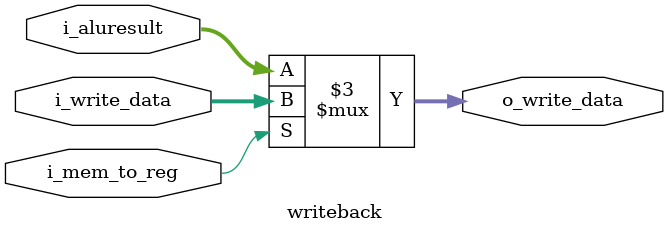
<source format=v>
module writeback(
    // input [4:0] i_rd_addr,
    input i_mem_to_reg,
    input [31:0] i_write_data,
    input [31:0] i_aluresult,
    // output reg [4:0] o_rd_addr,
    output reg [31:0] o_write_data
);

    always @ (*) begin
        // o_rd_addr = i_rd_addr;
        if (i_mem_to_reg)
            o_write_data = i_write_data;
        else
            o_write_data = i_aluresult;
    end

endmodule
</source>
